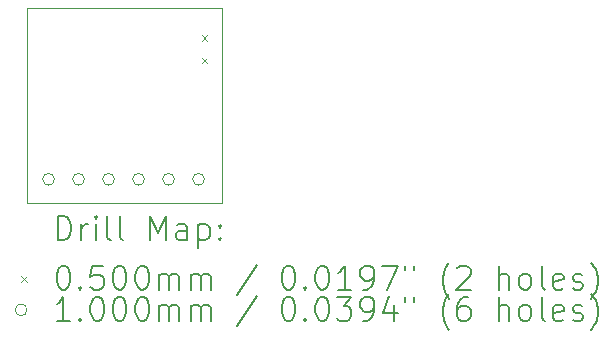
<source format=gbr>
%TF.GenerationSoftware,KiCad,Pcbnew,8.0.5*%
%TF.CreationDate,2025-10-26T06:15:14+01:00*%
%TF.ProjectId,FRTC8563S,46525443-3835-4363-9353-2e6b69636164,rev?*%
%TF.SameCoordinates,Original*%
%TF.FileFunction,Drillmap*%
%TF.FilePolarity,Positive*%
%FSLAX45Y45*%
G04 Gerber Fmt 4.5, Leading zero omitted, Abs format (unit mm)*
G04 Created by KiCad (PCBNEW 8.0.5) date 2025-10-26 06:15:14*
%MOMM*%
%LPD*%
G01*
G04 APERTURE LIST*
%ADD10C,0.050000*%
%ADD11C,0.200000*%
%ADD12C,0.100000*%
G04 APERTURE END LIST*
D10*
X14000000Y-4350000D02*
X15650000Y-4350000D01*
X15650000Y-6000000D01*
X14000000Y-6000000D01*
X14000000Y-4350000D01*
D11*
D12*
X15475000Y-4580000D02*
X15525000Y-4630000D01*
X15525000Y-4580000D02*
X15475000Y-4630000D01*
X15475000Y-4770000D02*
X15525000Y-4820000D01*
X15525000Y-4770000D02*
X15475000Y-4820000D01*
X14230000Y-5800000D02*
G75*
G02*
X14130000Y-5800000I-50000J0D01*
G01*
X14130000Y-5800000D02*
G75*
G02*
X14230000Y-5800000I50000J0D01*
G01*
X14484000Y-5800000D02*
G75*
G02*
X14384000Y-5800000I-50000J0D01*
G01*
X14384000Y-5800000D02*
G75*
G02*
X14484000Y-5800000I50000J0D01*
G01*
X14738000Y-5800000D02*
G75*
G02*
X14638000Y-5800000I-50000J0D01*
G01*
X14638000Y-5800000D02*
G75*
G02*
X14738000Y-5800000I50000J0D01*
G01*
X14992000Y-5800000D02*
G75*
G02*
X14892000Y-5800000I-50000J0D01*
G01*
X14892000Y-5800000D02*
G75*
G02*
X14992000Y-5800000I50000J0D01*
G01*
X15246000Y-5800000D02*
G75*
G02*
X15146000Y-5800000I-50000J0D01*
G01*
X15146000Y-5800000D02*
G75*
G02*
X15246000Y-5800000I50000J0D01*
G01*
X15500000Y-5800000D02*
G75*
G02*
X15400000Y-5800000I-50000J0D01*
G01*
X15400000Y-5800000D02*
G75*
G02*
X15500000Y-5800000I50000J0D01*
G01*
D11*
X14258277Y-6313984D02*
X14258277Y-6113984D01*
X14258277Y-6113984D02*
X14305896Y-6113984D01*
X14305896Y-6113984D02*
X14334467Y-6123508D01*
X14334467Y-6123508D02*
X14353515Y-6142555D01*
X14353515Y-6142555D02*
X14363039Y-6161603D01*
X14363039Y-6161603D02*
X14372562Y-6199698D01*
X14372562Y-6199698D02*
X14372562Y-6228269D01*
X14372562Y-6228269D02*
X14363039Y-6266365D01*
X14363039Y-6266365D02*
X14353515Y-6285412D01*
X14353515Y-6285412D02*
X14334467Y-6304460D01*
X14334467Y-6304460D02*
X14305896Y-6313984D01*
X14305896Y-6313984D02*
X14258277Y-6313984D01*
X14458277Y-6313984D02*
X14458277Y-6180650D01*
X14458277Y-6218746D02*
X14467801Y-6199698D01*
X14467801Y-6199698D02*
X14477324Y-6190174D01*
X14477324Y-6190174D02*
X14496372Y-6180650D01*
X14496372Y-6180650D02*
X14515420Y-6180650D01*
X14582086Y-6313984D02*
X14582086Y-6180650D01*
X14582086Y-6113984D02*
X14572562Y-6123508D01*
X14572562Y-6123508D02*
X14582086Y-6133031D01*
X14582086Y-6133031D02*
X14591610Y-6123508D01*
X14591610Y-6123508D02*
X14582086Y-6113984D01*
X14582086Y-6113984D02*
X14582086Y-6133031D01*
X14705896Y-6313984D02*
X14686848Y-6304460D01*
X14686848Y-6304460D02*
X14677324Y-6285412D01*
X14677324Y-6285412D02*
X14677324Y-6113984D01*
X14810658Y-6313984D02*
X14791610Y-6304460D01*
X14791610Y-6304460D02*
X14782086Y-6285412D01*
X14782086Y-6285412D02*
X14782086Y-6113984D01*
X15039229Y-6313984D02*
X15039229Y-6113984D01*
X15039229Y-6113984D02*
X15105896Y-6256841D01*
X15105896Y-6256841D02*
X15172562Y-6113984D01*
X15172562Y-6113984D02*
X15172562Y-6313984D01*
X15353515Y-6313984D02*
X15353515Y-6209222D01*
X15353515Y-6209222D02*
X15343991Y-6190174D01*
X15343991Y-6190174D02*
X15324943Y-6180650D01*
X15324943Y-6180650D02*
X15286848Y-6180650D01*
X15286848Y-6180650D02*
X15267801Y-6190174D01*
X15353515Y-6304460D02*
X15334467Y-6313984D01*
X15334467Y-6313984D02*
X15286848Y-6313984D01*
X15286848Y-6313984D02*
X15267801Y-6304460D01*
X15267801Y-6304460D02*
X15258277Y-6285412D01*
X15258277Y-6285412D02*
X15258277Y-6266365D01*
X15258277Y-6266365D02*
X15267801Y-6247317D01*
X15267801Y-6247317D02*
X15286848Y-6237793D01*
X15286848Y-6237793D02*
X15334467Y-6237793D01*
X15334467Y-6237793D02*
X15353515Y-6228269D01*
X15448753Y-6180650D02*
X15448753Y-6380650D01*
X15448753Y-6190174D02*
X15467801Y-6180650D01*
X15467801Y-6180650D02*
X15505896Y-6180650D01*
X15505896Y-6180650D02*
X15524943Y-6190174D01*
X15524943Y-6190174D02*
X15534467Y-6199698D01*
X15534467Y-6199698D02*
X15543991Y-6218746D01*
X15543991Y-6218746D02*
X15543991Y-6275888D01*
X15543991Y-6275888D02*
X15534467Y-6294936D01*
X15534467Y-6294936D02*
X15524943Y-6304460D01*
X15524943Y-6304460D02*
X15505896Y-6313984D01*
X15505896Y-6313984D02*
X15467801Y-6313984D01*
X15467801Y-6313984D02*
X15448753Y-6304460D01*
X15629705Y-6294936D02*
X15639229Y-6304460D01*
X15639229Y-6304460D02*
X15629705Y-6313984D01*
X15629705Y-6313984D02*
X15620182Y-6304460D01*
X15620182Y-6304460D02*
X15629705Y-6294936D01*
X15629705Y-6294936D02*
X15629705Y-6313984D01*
X15629705Y-6190174D02*
X15639229Y-6199698D01*
X15639229Y-6199698D02*
X15629705Y-6209222D01*
X15629705Y-6209222D02*
X15620182Y-6199698D01*
X15620182Y-6199698D02*
X15629705Y-6190174D01*
X15629705Y-6190174D02*
X15629705Y-6209222D01*
D12*
X13947500Y-6617500D02*
X13997500Y-6667500D01*
X13997500Y-6617500D02*
X13947500Y-6667500D01*
D11*
X14296372Y-6533984D02*
X14315420Y-6533984D01*
X14315420Y-6533984D02*
X14334467Y-6543508D01*
X14334467Y-6543508D02*
X14343991Y-6553031D01*
X14343991Y-6553031D02*
X14353515Y-6572079D01*
X14353515Y-6572079D02*
X14363039Y-6610174D01*
X14363039Y-6610174D02*
X14363039Y-6657793D01*
X14363039Y-6657793D02*
X14353515Y-6695888D01*
X14353515Y-6695888D02*
X14343991Y-6714936D01*
X14343991Y-6714936D02*
X14334467Y-6724460D01*
X14334467Y-6724460D02*
X14315420Y-6733984D01*
X14315420Y-6733984D02*
X14296372Y-6733984D01*
X14296372Y-6733984D02*
X14277324Y-6724460D01*
X14277324Y-6724460D02*
X14267801Y-6714936D01*
X14267801Y-6714936D02*
X14258277Y-6695888D01*
X14258277Y-6695888D02*
X14248753Y-6657793D01*
X14248753Y-6657793D02*
X14248753Y-6610174D01*
X14248753Y-6610174D02*
X14258277Y-6572079D01*
X14258277Y-6572079D02*
X14267801Y-6553031D01*
X14267801Y-6553031D02*
X14277324Y-6543508D01*
X14277324Y-6543508D02*
X14296372Y-6533984D01*
X14448753Y-6714936D02*
X14458277Y-6724460D01*
X14458277Y-6724460D02*
X14448753Y-6733984D01*
X14448753Y-6733984D02*
X14439229Y-6724460D01*
X14439229Y-6724460D02*
X14448753Y-6714936D01*
X14448753Y-6714936D02*
X14448753Y-6733984D01*
X14639229Y-6533984D02*
X14543991Y-6533984D01*
X14543991Y-6533984D02*
X14534467Y-6629222D01*
X14534467Y-6629222D02*
X14543991Y-6619698D01*
X14543991Y-6619698D02*
X14563039Y-6610174D01*
X14563039Y-6610174D02*
X14610658Y-6610174D01*
X14610658Y-6610174D02*
X14629705Y-6619698D01*
X14629705Y-6619698D02*
X14639229Y-6629222D01*
X14639229Y-6629222D02*
X14648753Y-6648269D01*
X14648753Y-6648269D02*
X14648753Y-6695888D01*
X14648753Y-6695888D02*
X14639229Y-6714936D01*
X14639229Y-6714936D02*
X14629705Y-6724460D01*
X14629705Y-6724460D02*
X14610658Y-6733984D01*
X14610658Y-6733984D02*
X14563039Y-6733984D01*
X14563039Y-6733984D02*
X14543991Y-6724460D01*
X14543991Y-6724460D02*
X14534467Y-6714936D01*
X14772562Y-6533984D02*
X14791610Y-6533984D01*
X14791610Y-6533984D02*
X14810658Y-6543508D01*
X14810658Y-6543508D02*
X14820182Y-6553031D01*
X14820182Y-6553031D02*
X14829705Y-6572079D01*
X14829705Y-6572079D02*
X14839229Y-6610174D01*
X14839229Y-6610174D02*
X14839229Y-6657793D01*
X14839229Y-6657793D02*
X14829705Y-6695888D01*
X14829705Y-6695888D02*
X14820182Y-6714936D01*
X14820182Y-6714936D02*
X14810658Y-6724460D01*
X14810658Y-6724460D02*
X14791610Y-6733984D01*
X14791610Y-6733984D02*
X14772562Y-6733984D01*
X14772562Y-6733984D02*
X14753515Y-6724460D01*
X14753515Y-6724460D02*
X14743991Y-6714936D01*
X14743991Y-6714936D02*
X14734467Y-6695888D01*
X14734467Y-6695888D02*
X14724943Y-6657793D01*
X14724943Y-6657793D02*
X14724943Y-6610174D01*
X14724943Y-6610174D02*
X14734467Y-6572079D01*
X14734467Y-6572079D02*
X14743991Y-6553031D01*
X14743991Y-6553031D02*
X14753515Y-6543508D01*
X14753515Y-6543508D02*
X14772562Y-6533984D01*
X14963039Y-6533984D02*
X14982086Y-6533984D01*
X14982086Y-6533984D02*
X15001134Y-6543508D01*
X15001134Y-6543508D02*
X15010658Y-6553031D01*
X15010658Y-6553031D02*
X15020182Y-6572079D01*
X15020182Y-6572079D02*
X15029705Y-6610174D01*
X15029705Y-6610174D02*
X15029705Y-6657793D01*
X15029705Y-6657793D02*
X15020182Y-6695888D01*
X15020182Y-6695888D02*
X15010658Y-6714936D01*
X15010658Y-6714936D02*
X15001134Y-6724460D01*
X15001134Y-6724460D02*
X14982086Y-6733984D01*
X14982086Y-6733984D02*
X14963039Y-6733984D01*
X14963039Y-6733984D02*
X14943991Y-6724460D01*
X14943991Y-6724460D02*
X14934467Y-6714936D01*
X14934467Y-6714936D02*
X14924943Y-6695888D01*
X14924943Y-6695888D02*
X14915420Y-6657793D01*
X14915420Y-6657793D02*
X14915420Y-6610174D01*
X14915420Y-6610174D02*
X14924943Y-6572079D01*
X14924943Y-6572079D02*
X14934467Y-6553031D01*
X14934467Y-6553031D02*
X14943991Y-6543508D01*
X14943991Y-6543508D02*
X14963039Y-6533984D01*
X15115420Y-6733984D02*
X15115420Y-6600650D01*
X15115420Y-6619698D02*
X15124943Y-6610174D01*
X15124943Y-6610174D02*
X15143991Y-6600650D01*
X15143991Y-6600650D02*
X15172563Y-6600650D01*
X15172563Y-6600650D02*
X15191610Y-6610174D01*
X15191610Y-6610174D02*
X15201134Y-6629222D01*
X15201134Y-6629222D02*
X15201134Y-6733984D01*
X15201134Y-6629222D02*
X15210658Y-6610174D01*
X15210658Y-6610174D02*
X15229705Y-6600650D01*
X15229705Y-6600650D02*
X15258277Y-6600650D01*
X15258277Y-6600650D02*
X15277324Y-6610174D01*
X15277324Y-6610174D02*
X15286848Y-6629222D01*
X15286848Y-6629222D02*
X15286848Y-6733984D01*
X15382086Y-6733984D02*
X15382086Y-6600650D01*
X15382086Y-6619698D02*
X15391610Y-6610174D01*
X15391610Y-6610174D02*
X15410658Y-6600650D01*
X15410658Y-6600650D02*
X15439229Y-6600650D01*
X15439229Y-6600650D02*
X15458277Y-6610174D01*
X15458277Y-6610174D02*
X15467801Y-6629222D01*
X15467801Y-6629222D02*
X15467801Y-6733984D01*
X15467801Y-6629222D02*
X15477324Y-6610174D01*
X15477324Y-6610174D02*
X15496372Y-6600650D01*
X15496372Y-6600650D02*
X15524943Y-6600650D01*
X15524943Y-6600650D02*
X15543991Y-6610174D01*
X15543991Y-6610174D02*
X15553515Y-6629222D01*
X15553515Y-6629222D02*
X15553515Y-6733984D01*
X15943991Y-6524460D02*
X15772563Y-6781603D01*
X16201134Y-6533984D02*
X16220182Y-6533984D01*
X16220182Y-6533984D02*
X16239229Y-6543508D01*
X16239229Y-6543508D02*
X16248753Y-6553031D01*
X16248753Y-6553031D02*
X16258277Y-6572079D01*
X16258277Y-6572079D02*
X16267801Y-6610174D01*
X16267801Y-6610174D02*
X16267801Y-6657793D01*
X16267801Y-6657793D02*
X16258277Y-6695888D01*
X16258277Y-6695888D02*
X16248753Y-6714936D01*
X16248753Y-6714936D02*
X16239229Y-6724460D01*
X16239229Y-6724460D02*
X16220182Y-6733984D01*
X16220182Y-6733984D02*
X16201134Y-6733984D01*
X16201134Y-6733984D02*
X16182086Y-6724460D01*
X16182086Y-6724460D02*
X16172563Y-6714936D01*
X16172563Y-6714936D02*
X16163039Y-6695888D01*
X16163039Y-6695888D02*
X16153515Y-6657793D01*
X16153515Y-6657793D02*
X16153515Y-6610174D01*
X16153515Y-6610174D02*
X16163039Y-6572079D01*
X16163039Y-6572079D02*
X16172563Y-6553031D01*
X16172563Y-6553031D02*
X16182086Y-6543508D01*
X16182086Y-6543508D02*
X16201134Y-6533984D01*
X16353515Y-6714936D02*
X16363039Y-6724460D01*
X16363039Y-6724460D02*
X16353515Y-6733984D01*
X16353515Y-6733984D02*
X16343991Y-6724460D01*
X16343991Y-6724460D02*
X16353515Y-6714936D01*
X16353515Y-6714936D02*
X16353515Y-6733984D01*
X16486848Y-6533984D02*
X16505896Y-6533984D01*
X16505896Y-6533984D02*
X16524944Y-6543508D01*
X16524944Y-6543508D02*
X16534467Y-6553031D01*
X16534467Y-6553031D02*
X16543991Y-6572079D01*
X16543991Y-6572079D02*
X16553515Y-6610174D01*
X16553515Y-6610174D02*
X16553515Y-6657793D01*
X16553515Y-6657793D02*
X16543991Y-6695888D01*
X16543991Y-6695888D02*
X16534467Y-6714936D01*
X16534467Y-6714936D02*
X16524944Y-6724460D01*
X16524944Y-6724460D02*
X16505896Y-6733984D01*
X16505896Y-6733984D02*
X16486848Y-6733984D01*
X16486848Y-6733984D02*
X16467801Y-6724460D01*
X16467801Y-6724460D02*
X16458277Y-6714936D01*
X16458277Y-6714936D02*
X16448753Y-6695888D01*
X16448753Y-6695888D02*
X16439229Y-6657793D01*
X16439229Y-6657793D02*
X16439229Y-6610174D01*
X16439229Y-6610174D02*
X16448753Y-6572079D01*
X16448753Y-6572079D02*
X16458277Y-6553031D01*
X16458277Y-6553031D02*
X16467801Y-6543508D01*
X16467801Y-6543508D02*
X16486848Y-6533984D01*
X16743991Y-6733984D02*
X16629706Y-6733984D01*
X16686848Y-6733984D02*
X16686848Y-6533984D01*
X16686848Y-6533984D02*
X16667801Y-6562555D01*
X16667801Y-6562555D02*
X16648753Y-6581603D01*
X16648753Y-6581603D02*
X16629706Y-6591127D01*
X16839229Y-6733984D02*
X16877325Y-6733984D01*
X16877325Y-6733984D02*
X16896372Y-6724460D01*
X16896372Y-6724460D02*
X16905896Y-6714936D01*
X16905896Y-6714936D02*
X16924944Y-6686365D01*
X16924944Y-6686365D02*
X16934468Y-6648269D01*
X16934468Y-6648269D02*
X16934468Y-6572079D01*
X16934468Y-6572079D02*
X16924944Y-6553031D01*
X16924944Y-6553031D02*
X16915420Y-6543508D01*
X16915420Y-6543508D02*
X16896372Y-6533984D01*
X16896372Y-6533984D02*
X16858277Y-6533984D01*
X16858277Y-6533984D02*
X16839229Y-6543508D01*
X16839229Y-6543508D02*
X16829706Y-6553031D01*
X16829706Y-6553031D02*
X16820182Y-6572079D01*
X16820182Y-6572079D02*
X16820182Y-6619698D01*
X16820182Y-6619698D02*
X16829706Y-6638746D01*
X16829706Y-6638746D02*
X16839229Y-6648269D01*
X16839229Y-6648269D02*
X16858277Y-6657793D01*
X16858277Y-6657793D02*
X16896372Y-6657793D01*
X16896372Y-6657793D02*
X16915420Y-6648269D01*
X16915420Y-6648269D02*
X16924944Y-6638746D01*
X16924944Y-6638746D02*
X16934468Y-6619698D01*
X17001134Y-6533984D02*
X17134468Y-6533984D01*
X17134468Y-6533984D02*
X17048753Y-6733984D01*
X17201134Y-6533984D02*
X17201134Y-6572079D01*
X17277325Y-6533984D02*
X17277325Y-6572079D01*
X17572563Y-6810174D02*
X17563039Y-6800650D01*
X17563039Y-6800650D02*
X17543991Y-6772079D01*
X17543991Y-6772079D02*
X17534468Y-6753031D01*
X17534468Y-6753031D02*
X17524944Y-6724460D01*
X17524944Y-6724460D02*
X17515420Y-6676841D01*
X17515420Y-6676841D02*
X17515420Y-6638746D01*
X17515420Y-6638746D02*
X17524944Y-6591127D01*
X17524944Y-6591127D02*
X17534468Y-6562555D01*
X17534468Y-6562555D02*
X17543991Y-6543508D01*
X17543991Y-6543508D02*
X17563039Y-6514936D01*
X17563039Y-6514936D02*
X17572563Y-6505412D01*
X17639230Y-6553031D02*
X17648753Y-6543508D01*
X17648753Y-6543508D02*
X17667801Y-6533984D01*
X17667801Y-6533984D02*
X17715420Y-6533984D01*
X17715420Y-6533984D02*
X17734468Y-6543508D01*
X17734468Y-6543508D02*
X17743991Y-6553031D01*
X17743991Y-6553031D02*
X17753515Y-6572079D01*
X17753515Y-6572079D02*
X17753515Y-6591127D01*
X17753515Y-6591127D02*
X17743991Y-6619698D01*
X17743991Y-6619698D02*
X17629706Y-6733984D01*
X17629706Y-6733984D02*
X17753515Y-6733984D01*
X17991611Y-6733984D02*
X17991611Y-6533984D01*
X18077325Y-6733984D02*
X18077325Y-6629222D01*
X18077325Y-6629222D02*
X18067801Y-6610174D01*
X18067801Y-6610174D02*
X18048753Y-6600650D01*
X18048753Y-6600650D02*
X18020182Y-6600650D01*
X18020182Y-6600650D02*
X18001134Y-6610174D01*
X18001134Y-6610174D02*
X17991611Y-6619698D01*
X18201134Y-6733984D02*
X18182087Y-6724460D01*
X18182087Y-6724460D02*
X18172563Y-6714936D01*
X18172563Y-6714936D02*
X18163039Y-6695888D01*
X18163039Y-6695888D02*
X18163039Y-6638746D01*
X18163039Y-6638746D02*
X18172563Y-6619698D01*
X18172563Y-6619698D02*
X18182087Y-6610174D01*
X18182087Y-6610174D02*
X18201134Y-6600650D01*
X18201134Y-6600650D02*
X18229706Y-6600650D01*
X18229706Y-6600650D02*
X18248753Y-6610174D01*
X18248753Y-6610174D02*
X18258277Y-6619698D01*
X18258277Y-6619698D02*
X18267801Y-6638746D01*
X18267801Y-6638746D02*
X18267801Y-6695888D01*
X18267801Y-6695888D02*
X18258277Y-6714936D01*
X18258277Y-6714936D02*
X18248753Y-6724460D01*
X18248753Y-6724460D02*
X18229706Y-6733984D01*
X18229706Y-6733984D02*
X18201134Y-6733984D01*
X18382087Y-6733984D02*
X18363039Y-6724460D01*
X18363039Y-6724460D02*
X18353515Y-6705412D01*
X18353515Y-6705412D02*
X18353515Y-6533984D01*
X18534468Y-6724460D02*
X18515420Y-6733984D01*
X18515420Y-6733984D02*
X18477325Y-6733984D01*
X18477325Y-6733984D02*
X18458277Y-6724460D01*
X18458277Y-6724460D02*
X18448753Y-6705412D01*
X18448753Y-6705412D02*
X18448753Y-6629222D01*
X18448753Y-6629222D02*
X18458277Y-6610174D01*
X18458277Y-6610174D02*
X18477325Y-6600650D01*
X18477325Y-6600650D02*
X18515420Y-6600650D01*
X18515420Y-6600650D02*
X18534468Y-6610174D01*
X18534468Y-6610174D02*
X18543992Y-6629222D01*
X18543992Y-6629222D02*
X18543992Y-6648269D01*
X18543992Y-6648269D02*
X18448753Y-6667317D01*
X18620182Y-6724460D02*
X18639230Y-6733984D01*
X18639230Y-6733984D02*
X18677325Y-6733984D01*
X18677325Y-6733984D02*
X18696373Y-6724460D01*
X18696373Y-6724460D02*
X18705896Y-6705412D01*
X18705896Y-6705412D02*
X18705896Y-6695888D01*
X18705896Y-6695888D02*
X18696373Y-6676841D01*
X18696373Y-6676841D02*
X18677325Y-6667317D01*
X18677325Y-6667317D02*
X18648753Y-6667317D01*
X18648753Y-6667317D02*
X18629706Y-6657793D01*
X18629706Y-6657793D02*
X18620182Y-6638746D01*
X18620182Y-6638746D02*
X18620182Y-6629222D01*
X18620182Y-6629222D02*
X18629706Y-6610174D01*
X18629706Y-6610174D02*
X18648753Y-6600650D01*
X18648753Y-6600650D02*
X18677325Y-6600650D01*
X18677325Y-6600650D02*
X18696373Y-6610174D01*
X18772563Y-6810174D02*
X18782087Y-6800650D01*
X18782087Y-6800650D02*
X18801134Y-6772079D01*
X18801134Y-6772079D02*
X18810658Y-6753031D01*
X18810658Y-6753031D02*
X18820182Y-6724460D01*
X18820182Y-6724460D02*
X18829706Y-6676841D01*
X18829706Y-6676841D02*
X18829706Y-6638746D01*
X18829706Y-6638746D02*
X18820182Y-6591127D01*
X18820182Y-6591127D02*
X18810658Y-6562555D01*
X18810658Y-6562555D02*
X18801134Y-6543508D01*
X18801134Y-6543508D02*
X18782087Y-6514936D01*
X18782087Y-6514936D02*
X18772563Y-6505412D01*
D12*
X13997500Y-6906500D02*
G75*
G02*
X13897500Y-6906500I-50000J0D01*
G01*
X13897500Y-6906500D02*
G75*
G02*
X13997500Y-6906500I50000J0D01*
G01*
D11*
X14363039Y-6997984D02*
X14248753Y-6997984D01*
X14305896Y-6997984D02*
X14305896Y-6797984D01*
X14305896Y-6797984D02*
X14286848Y-6826555D01*
X14286848Y-6826555D02*
X14267801Y-6845603D01*
X14267801Y-6845603D02*
X14248753Y-6855127D01*
X14448753Y-6978936D02*
X14458277Y-6988460D01*
X14458277Y-6988460D02*
X14448753Y-6997984D01*
X14448753Y-6997984D02*
X14439229Y-6988460D01*
X14439229Y-6988460D02*
X14448753Y-6978936D01*
X14448753Y-6978936D02*
X14448753Y-6997984D01*
X14582086Y-6797984D02*
X14601134Y-6797984D01*
X14601134Y-6797984D02*
X14620182Y-6807508D01*
X14620182Y-6807508D02*
X14629705Y-6817031D01*
X14629705Y-6817031D02*
X14639229Y-6836079D01*
X14639229Y-6836079D02*
X14648753Y-6874174D01*
X14648753Y-6874174D02*
X14648753Y-6921793D01*
X14648753Y-6921793D02*
X14639229Y-6959888D01*
X14639229Y-6959888D02*
X14629705Y-6978936D01*
X14629705Y-6978936D02*
X14620182Y-6988460D01*
X14620182Y-6988460D02*
X14601134Y-6997984D01*
X14601134Y-6997984D02*
X14582086Y-6997984D01*
X14582086Y-6997984D02*
X14563039Y-6988460D01*
X14563039Y-6988460D02*
X14553515Y-6978936D01*
X14553515Y-6978936D02*
X14543991Y-6959888D01*
X14543991Y-6959888D02*
X14534467Y-6921793D01*
X14534467Y-6921793D02*
X14534467Y-6874174D01*
X14534467Y-6874174D02*
X14543991Y-6836079D01*
X14543991Y-6836079D02*
X14553515Y-6817031D01*
X14553515Y-6817031D02*
X14563039Y-6807508D01*
X14563039Y-6807508D02*
X14582086Y-6797984D01*
X14772562Y-6797984D02*
X14791610Y-6797984D01*
X14791610Y-6797984D02*
X14810658Y-6807508D01*
X14810658Y-6807508D02*
X14820182Y-6817031D01*
X14820182Y-6817031D02*
X14829705Y-6836079D01*
X14829705Y-6836079D02*
X14839229Y-6874174D01*
X14839229Y-6874174D02*
X14839229Y-6921793D01*
X14839229Y-6921793D02*
X14829705Y-6959888D01*
X14829705Y-6959888D02*
X14820182Y-6978936D01*
X14820182Y-6978936D02*
X14810658Y-6988460D01*
X14810658Y-6988460D02*
X14791610Y-6997984D01*
X14791610Y-6997984D02*
X14772562Y-6997984D01*
X14772562Y-6997984D02*
X14753515Y-6988460D01*
X14753515Y-6988460D02*
X14743991Y-6978936D01*
X14743991Y-6978936D02*
X14734467Y-6959888D01*
X14734467Y-6959888D02*
X14724943Y-6921793D01*
X14724943Y-6921793D02*
X14724943Y-6874174D01*
X14724943Y-6874174D02*
X14734467Y-6836079D01*
X14734467Y-6836079D02*
X14743991Y-6817031D01*
X14743991Y-6817031D02*
X14753515Y-6807508D01*
X14753515Y-6807508D02*
X14772562Y-6797984D01*
X14963039Y-6797984D02*
X14982086Y-6797984D01*
X14982086Y-6797984D02*
X15001134Y-6807508D01*
X15001134Y-6807508D02*
X15010658Y-6817031D01*
X15010658Y-6817031D02*
X15020182Y-6836079D01*
X15020182Y-6836079D02*
X15029705Y-6874174D01*
X15029705Y-6874174D02*
X15029705Y-6921793D01*
X15029705Y-6921793D02*
X15020182Y-6959888D01*
X15020182Y-6959888D02*
X15010658Y-6978936D01*
X15010658Y-6978936D02*
X15001134Y-6988460D01*
X15001134Y-6988460D02*
X14982086Y-6997984D01*
X14982086Y-6997984D02*
X14963039Y-6997984D01*
X14963039Y-6997984D02*
X14943991Y-6988460D01*
X14943991Y-6988460D02*
X14934467Y-6978936D01*
X14934467Y-6978936D02*
X14924943Y-6959888D01*
X14924943Y-6959888D02*
X14915420Y-6921793D01*
X14915420Y-6921793D02*
X14915420Y-6874174D01*
X14915420Y-6874174D02*
X14924943Y-6836079D01*
X14924943Y-6836079D02*
X14934467Y-6817031D01*
X14934467Y-6817031D02*
X14943991Y-6807508D01*
X14943991Y-6807508D02*
X14963039Y-6797984D01*
X15115420Y-6997984D02*
X15115420Y-6864650D01*
X15115420Y-6883698D02*
X15124943Y-6874174D01*
X15124943Y-6874174D02*
X15143991Y-6864650D01*
X15143991Y-6864650D02*
X15172563Y-6864650D01*
X15172563Y-6864650D02*
X15191610Y-6874174D01*
X15191610Y-6874174D02*
X15201134Y-6893222D01*
X15201134Y-6893222D02*
X15201134Y-6997984D01*
X15201134Y-6893222D02*
X15210658Y-6874174D01*
X15210658Y-6874174D02*
X15229705Y-6864650D01*
X15229705Y-6864650D02*
X15258277Y-6864650D01*
X15258277Y-6864650D02*
X15277324Y-6874174D01*
X15277324Y-6874174D02*
X15286848Y-6893222D01*
X15286848Y-6893222D02*
X15286848Y-6997984D01*
X15382086Y-6997984D02*
X15382086Y-6864650D01*
X15382086Y-6883698D02*
X15391610Y-6874174D01*
X15391610Y-6874174D02*
X15410658Y-6864650D01*
X15410658Y-6864650D02*
X15439229Y-6864650D01*
X15439229Y-6864650D02*
X15458277Y-6874174D01*
X15458277Y-6874174D02*
X15467801Y-6893222D01*
X15467801Y-6893222D02*
X15467801Y-6997984D01*
X15467801Y-6893222D02*
X15477324Y-6874174D01*
X15477324Y-6874174D02*
X15496372Y-6864650D01*
X15496372Y-6864650D02*
X15524943Y-6864650D01*
X15524943Y-6864650D02*
X15543991Y-6874174D01*
X15543991Y-6874174D02*
X15553515Y-6893222D01*
X15553515Y-6893222D02*
X15553515Y-6997984D01*
X15943991Y-6788460D02*
X15772563Y-7045603D01*
X16201134Y-6797984D02*
X16220182Y-6797984D01*
X16220182Y-6797984D02*
X16239229Y-6807508D01*
X16239229Y-6807508D02*
X16248753Y-6817031D01*
X16248753Y-6817031D02*
X16258277Y-6836079D01*
X16258277Y-6836079D02*
X16267801Y-6874174D01*
X16267801Y-6874174D02*
X16267801Y-6921793D01*
X16267801Y-6921793D02*
X16258277Y-6959888D01*
X16258277Y-6959888D02*
X16248753Y-6978936D01*
X16248753Y-6978936D02*
X16239229Y-6988460D01*
X16239229Y-6988460D02*
X16220182Y-6997984D01*
X16220182Y-6997984D02*
X16201134Y-6997984D01*
X16201134Y-6997984D02*
X16182086Y-6988460D01*
X16182086Y-6988460D02*
X16172563Y-6978936D01*
X16172563Y-6978936D02*
X16163039Y-6959888D01*
X16163039Y-6959888D02*
X16153515Y-6921793D01*
X16153515Y-6921793D02*
X16153515Y-6874174D01*
X16153515Y-6874174D02*
X16163039Y-6836079D01*
X16163039Y-6836079D02*
X16172563Y-6817031D01*
X16172563Y-6817031D02*
X16182086Y-6807508D01*
X16182086Y-6807508D02*
X16201134Y-6797984D01*
X16353515Y-6978936D02*
X16363039Y-6988460D01*
X16363039Y-6988460D02*
X16353515Y-6997984D01*
X16353515Y-6997984D02*
X16343991Y-6988460D01*
X16343991Y-6988460D02*
X16353515Y-6978936D01*
X16353515Y-6978936D02*
X16353515Y-6997984D01*
X16486848Y-6797984D02*
X16505896Y-6797984D01*
X16505896Y-6797984D02*
X16524944Y-6807508D01*
X16524944Y-6807508D02*
X16534467Y-6817031D01*
X16534467Y-6817031D02*
X16543991Y-6836079D01*
X16543991Y-6836079D02*
X16553515Y-6874174D01*
X16553515Y-6874174D02*
X16553515Y-6921793D01*
X16553515Y-6921793D02*
X16543991Y-6959888D01*
X16543991Y-6959888D02*
X16534467Y-6978936D01*
X16534467Y-6978936D02*
X16524944Y-6988460D01*
X16524944Y-6988460D02*
X16505896Y-6997984D01*
X16505896Y-6997984D02*
X16486848Y-6997984D01*
X16486848Y-6997984D02*
X16467801Y-6988460D01*
X16467801Y-6988460D02*
X16458277Y-6978936D01*
X16458277Y-6978936D02*
X16448753Y-6959888D01*
X16448753Y-6959888D02*
X16439229Y-6921793D01*
X16439229Y-6921793D02*
X16439229Y-6874174D01*
X16439229Y-6874174D02*
X16448753Y-6836079D01*
X16448753Y-6836079D02*
X16458277Y-6817031D01*
X16458277Y-6817031D02*
X16467801Y-6807508D01*
X16467801Y-6807508D02*
X16486848Y-6797984D01*
X16620182Y-6797984D02*
X16743991Y-6797984D01*
X16743991Y-6797984D02*
X16677325Y-6874174D01*
X16677325Y-6874174D02*
X16705896Y-6874174D01*
X16705896Y-6874174D02*
X16724944Y-6883698D01*
X16724944Y-6883698D02*
X16734467Y-6893222D01*
X16734467Y-6893222D02*
X16743991Y-6912269D01*
X16743991Y-6912269D02*
X16743991Y-6959888D01*
X16743991Y-6959888D02*
X16734467Y-6978936D01*
X16734467Y-6978936D02*
X16724944Y-6988460D01*
X16724944Y-6988460D02*
X16705896Y-6997984D01*
X16705896Y-6997984D02*
X16648753Y-6997984D01*
X16648753Y-6997984D02*
X16629706Y-6988460D01*
X16629706Y-6988460D02*
X16620182Y-6978936D01*
X16839229Y-6997984D02*
X16877325Y-6997984D01*
X16877325Y-6997984D02*
X16896372Y-6988460D01*
X16896372Y-6988460D02*
X16905896Y-6978936D01*
X16905896Y-6978936D02*
X16924944Y-6950365D01*
X16924944Y-6950365D02*
X16934468Y-6912269D01*
X16934468Y-6912269D02*
X16934468Y-6836079D01*
X16934468Y-6836079D02*
X16924944Y-6817031D01*
X16924944Y-6817031D02*
X16915420Y-6807508D01*
X16915420Y-6807508D02*
X16896372Y-6797984D01*
X16896372Y-6797984D02*
X16858277Y-6797984D01*
X16858277Y-6797984D02*
X16839229Y-6807508D01*
X16839229Y-6807508D02*
X16829706Y-6817031D01*
X16829706Y-6817031D02*
X16820182Y-6836079D01*
X16820182Y-6836079D02*
X16820182Y-6883698D01*
X16820182Y-6883698D02*
X16829706Y-6902746D01*
X16829706Y-6902746D02*
X16839229Y-6912269D01*
X16839229Y-6912269D02*
X16858277Y-6921793D01*
X16858277Y-6921793D02*
X16896372Y-6921793D01*
X16896372Y-6921793D02*
X16915420Y-6912269D01*
X16915420Y-6912269D02*
X16924944Y-6902746D01*
X16924944Y-6902746D02*
X16934468Y-6883698D01*
X17105896Y-6864650D02*
X17105896Y-6997984D01*
X17058277Y-6788460D02*
X17010658Y-6931317D01*
X17010658Y-6931317D02*
X17134468Y-6931317D01*
X17201134Y-6797984D02*
X17201134Y-6836079D01*
X17277325Y-6797984D02*
X17277325Y-6836079D01*
X17572563Y-7074174D02*
X17563039Y-7064650D01*
X17563039Y-7064650D02*
X17543991Y-7036079D01*
X17543991Y-7036079D02*
X17534468Y-7017031D01*
X17534468Y-7017031D02*
X17524944Y-6988460D01*
X17524944Y-6988460D02*
X17515420Y-6940841D01*
X17515420Y-6940841D02*
X17515420Y-6902746D01*
X17515420Y-6902746D02*
X17524944Y-6855127D01*
X17524944Y-6855127D02*
X17534468Y-6826555D01*
X17534468Y-6826555D02*
X17543991Y-6807508D01*
X17543991Y-6807508D02*
X17563039Y-6778936D01*
X17563039Y-6778936D02*
X17572563Y-6769412D01*
X17734468Y-6797984D02*
X17696372Y-6797984D01*
X17696372Y-6797984D02*
X17677325Y-6807508D01*
X17677325Y-6807508D02*
X17667801Y-6817031D01*
X17667801Y-6817031D02*
X17648753Y-6845603D01*
X17648753Y-6845603D02*
X17639230Y-6883698D01*
X17639230Y-6883698D02*
X17639230Y-6959888D01*
X17639230Y-6959888D02*
X17648753Y-6978936D01*
X17648753Y-6978936D02*
X17658277Y-6988460D01*
X17658277Y-6988460D02*
X17677325Y-6997984D01*
X17677325Y-6997984D02*
X17715420Y-6997984D01*
X17715420Y-6997984D02*
X17734468Y-6988460D01*
X17734468Y-6988460D02*
X17743991Y-6978936D01*
X17743991Y-6978936D02*
X17753515Y-6959888D01*
X17753515Y-6959888D02*
X17753515Y-6912269D01*
X17753515Y-6912269D02*
X17743991Y-6893222D01*
X17743991Y-6893222D02*
X17734468Y-6883698D01*
X17734468Y-6883698D02*
X17715420Y-6874174D01*
X17715420Y-6874174D02*
X17677325Y-6874174D01*
X17677325Y-6874174D02*
X17658277Y-6883698D01*
X17658277Y-6883698D02*
X17648753Y-6893222D01*
X17648753Y-6893222D02*
X17639230Y-6912269D01*
X17991611Y-6997984D02*
X17991611Y-6797984D01*
X18077325Y-6997984D02*
X18077325Y-6893222D01*
X18077325Y-6893222D02*
X18067801Y-6874174D01*
X18067801Y-6874174D02*
X18048753Y-6864650D01*
X18048753Y-6864650D02*
X18020182Y-6864650D01*
X18020182Y-6864650D02*
X18001134Y-6874174D01*
X18001134Y-6874174D02*
X17991611Y-6883698D01*
X18201134Y-6997984D02*
X18182087Y-6988460D01*
X18182087Y-6988460D02*
X18172563Y-6978936D01*
X18172563Y-6978936D02*
X18163039Y-6959888D01*
X18163039Y-6959888D02*
X18163039Y-6902746D01*
X18163039Y-6902746D02*
X18172563Y-6883698D01*
X18172563Y-6883698D02*
X18182087Y-6874174D01*
X18182087Y-6874174D02*
X18201134Y-6864650D01*
X18201134Y-6864650D02*
X18229706Y-6864650D01*
X18229706Y-6864650D02*
X18248753Y-6874174D01*
X18248753Y-6874174D02*
X18258277Y-6883698D01*
X18258277Y-6883698D02*
X18267801Y-6902746D01*
X18267801Y-6902746D02*
X18267801Y-6959888D01*
X18267801Y-6959888D02*
X18258277Y-6978936D01*
X18258277Y-6978936D02*
X18248753Y-6988460D01*
X18248753Y-6988460D02*
X18229706Y-6997984D01*
X18229706Y-6997984D02*
X18201134Y-6997984D01*
X18382087Y-6997984D02*
X18363039Y-6988460D01*
X18363039Y-6988460D02*
X18353515Y-6969412D01*
X18353515Y-6969412D02*
X18353515Y-6797984D01*
X18534468Y-6988460D02*
X18515420Y-6997984D01*
X18515420Y-6997984D02*
X18477325Y-6997984D01*
X18477325Y-6997984D02*
X18458277Y-6988460D01*
X18458277Y-6988460D02*
X18448753Y-6969412D01*
X18448753Y-6969412D02*
X18448753Y-6893222D01*
X18448753Y-6893222D02*
X18458277Y-6874174D01*
X18458277Y-6874174D02*
X18477325Y-6864650D01*
X18477325Y-6864650D02*
X18515420Y-6864650D01*
X18515420Y-6864650D02*
X18534468Y-6874174D01*
X18534468Y-6874174D02*
X18543992Y-6893222D01*
X18543992Y-6893222D02*
X18543992Y-6912269D01*
X18543992Y-6912269D02*
X18448753Y-6931317D01*
X18620182Y-6988460D02*
X18639230Y-6997984D01*
X18639230Y-6997984D02*
X18677325Y-6997984D01*
X18677325Y-6997984D02*
X18696373Y-6988460D01*
X18696373Y-6988460D02*
X18705896Y-6969412D01*
X18705896Y-6969412D02*
X18705896Y-6959888D01*
X18705896Y-6959888D02*
X18696373Y-6940841D01*
X18696373Y-6940841D02*
X18677325Y-6931317D01*
X18677325Y-6931317D02*
X18648753Y-6931317D01*
X18648753Y-6931317D02*
X18629706Y-6921793D01*
X18629706Y-6921793D02*
X18620182Y-6902746D01*
X18620182Y-6902746D02*
X18620182Y-6893222D01*
X18620182Y-6893222D02*
X18629706Y-6874174D01*
X18629706Y-6874174D02*
X18648753Y-6864650D01*
X18648753Y-6864650D02*
X18677325Y-6864650D01*
X18677325Y-6864650D02*
X18696373Y-6874174D01*
X18772563Y-7074174D02*
X18782087Y-7064650D01*
X18782087Y-7064650D02*
X18801134Y-7036079D01*
X18801134Y-7036079D02*
X18810658Y-7017031D01*
X18810658Y-7017031D02*
X18820182Y-6988460D01*
X18820182Y-6988460D02*
X18829706Y-6940841D01*
X18829706Y-6940841D02*
X18829706Y-6902746D01*
X18829706Y-6902746D02*
X18820182Y-6855127D01*
X18820182Y-6855127D02*
X18810658Y-6826555D01*
X18810658Y-6826555D02*
X18801134Y-6807508D01*
X18801134Y-6807508D02*
X18782087Y-6778936D01*
X18782087Y-6778936D02*
X18772563Y-6769412D01*
M02*

</source>
